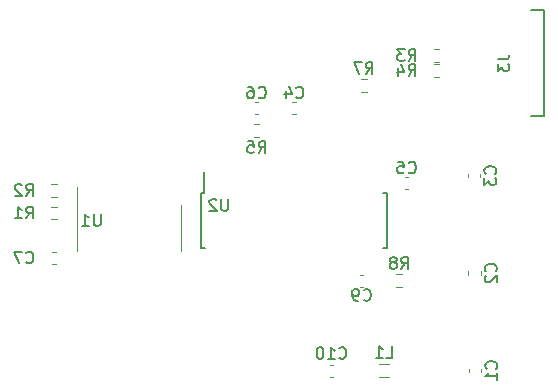
<source format=gbr>
%TF.GenerationSoftware,KiCad,Pcbnew,(6.0.6-0)*%
%TF.CreationDate,2022-10-23T01:51:18+09:00*%
%TF.ProjectId,Subaru,53756261-7275-42e6-9b69-6361645f7063,rev?*%
%TF.SameCoordinates,Original*%
%TF.FileFunction,Legend,Bot*%
%TF.FilePolarity,Positive*%
%FSLAX46Y46*%
G04 Gerber Fmt 4.6, Leading zero omitted, Abs format (unit mm)*
G04 Created by KiCad (PCBNEW (6.0.6-0)) date 2022-10-23 01:51:18*
%MOMM*%
%LPD*%
G01*
G04 APERTURE LIST*
%ADD10C,0.150000*%
%ADD11C,0.120000*%
%ADD12C,0.200000*%
G04 APERTURE END LIST*
D10*
%TO.C,U2*%
X129031904Y-87082380D02*
X129031904Y-87891904D01*
X128984285Y-87987142D01*
X128936666Y-88034761D01*
X128841428Y-88082380D01*
X128650952Y-88082380D01*
X128555714Y-88034761D01*
X128508095Y-87987142D01*
X128460476Y-87891904D01*
X128460476Y-87082380D01*
X128031904Y-87177619D02*
X127984285Y-87130000D01*
X127889047Y-87082380D01*
X127650952Y-87082380D01*
X127555714Y-87130000D01*
X127508095Y-87177619D01*
X127460476Y-87272857D01*
X127460476Y-87368095D01*
X127508095Y-87510952D01*
X128079523Y-88082380D01*
X127460476Y-88082380D01*
%TO.C,L1*%
X142406666Y-100502380D02*
X142882857Y-100502380D01*
X142882857Y-99502380D01*
X141549523Y-100502380D02*
X142120952Y-100502380D01*
X141835238Y-100502380D02*
X141835238Y-99502380D01*
X141930476Y-99645238D01*
X142025714Y-99740476D01*
X142120952Y-99788095D01*
%TO.C,C6*%
X131611666Y-78462142D02*
X131659285Y-78509761D01*
X131802142Y-78557380D01*
X131897380Y-78557380D01*
X132040238Y-78509761D01*
X132135476Y-78414523D01*
X132183095Y-78319285D01*
X132230714Y-78128809D01*
X132230714Y-77985952D01*
X132183095Y-77795476D01*
X132135476Y-77700238D01*
X132040238Y-77605000D01*
X131897380Y-77557380D01*
X131802142Y-77557380D01*
X131659285Y-77605000D01*
X131611666Y-77652619D01*
X130754523Y-77557380D02*
X130945000Y-77557380D01*
X131040238Y-77605000D01*
X131087857Y-77652619D01*
X131183095Y-77795476D01*
X131230714Y-77985952D01*
X131230714Y-78366904D01*
X131183095Y-78462142D01*
X131135476Y-78509761D01*
X131040238Y-78557380D01*
X130849761Y-78557380D01*
X130754523Y-78509761D01*
X130706904Y-78462142D01*
X130659285Y-78366904D01*
X130659285Y-78128809D01*
X130706904Y-78033571D01*
X130754523Y-77985952D01*
X130849761Y-77938333D01*
X131040238Y-77938333D01*
X131135476Y-77985952D01*
X131183095Y-78033571D01*
X131230714Y-78128809D01*
%TO.C,R3*%
X144311666Y-75382380D02*
X144645000Y-74906190D01*
X144883095Y-75382380D02*
X144883095Y-74382380D01*
X144502142Y-74382380D01*
X144406904Y-74430000D01*
X144359285Y-74477619D01*
X144311666Y-74572857D01*
X144311666Y-74715714D01*
X144359285Y-74810952D01*
X144406904Y-74858571D01*
X144502142Y-74906190D01*
X144883095Y-74906190D01*
X143978333Y-74382380D02*
X143359285Y-74382380D01*
X143692619Y-74763333D01*
X143549761Y-74763333D01*
X143454523Y-74810952D01*
X143406904Y-74858571D01*
X143359285Y-74953809D01*
X143359285Y-75191904D01*
X143406904Y-75287142D01*
X143454523Y-75334761D01*
X143549761Y-75382380D01*
X143835476Y-75382380D01*
X143930714Y-75334761D01*
X143978333Y-75287142D01*
%TO.C,J3*%
X151852380Y-75231666D02*
X152566666Y-75231666D01*
X152709523Y-75184047D01*
X152804761Y-75088809D01*
X152852380Y-74945952D01*
X152852380Y-74850714D01*
X151852380Y-75612619D02*
X151852380Y-76231666D01*
X152233333Y-75898333D01*
X152233333Y-76041190D01*
X152280952Y-76136428D01*
X152328571Y-76184047D01*
X152423809Y-76231666D01*
X152661904Y-76231666D01*
X152757142Y-76184047D01*
X152804761Y-76136428D01*
X152852380Y-76041190D01*
X152852380Y-75755476D01*
X152804761Y-75660238D01*
X152757142Y-75612619D01*
%TO.C,C7*%
X111926666Y-92432142D02*
X111974285Y-92479761D01*
X112117142Y-92527380D01*
X112212380Y-92527380D01*
X112355238Y-92479761D01*
X112450476Y-92384523D01*
X112498095Y-92289285D01*
X112545714Y-92098809D01*
X112545714Y-91955952D01*
X112498095Y-91765476D01*
X112450476Y-91670238D01*
X112355238Y-91575000D01*
X112212380Y-91527380D01*
X112117142Y-91527380D01*
X111974285Y-91575000D01*
X111926666Y-91622619D01*
X111593333Y-91527380D02*
X110926666Y-91527380D01*
X111355238Y-92527380D01*
%TO.C,C10*%
X138437857Y-100527142D02*
X138485476Y-100574761D01*
X138628333Y-100622380D01*
X138723571Y-100622380D01*
X138866428Y-100574761D01*
X138961666Y-100479523D01*
X139009285Y-100384285D01*
X139056904Y-100193809D01*
X139056904Y-100050952D01*
X139009285Y-99860476D01*
X138961666Y-99765238D01*
X138866428Y-99670000D01*
X138723571Y-99622380D01*
X138628333Y-99622380D01*
X138485476Y-99670000D01*
X138437857Y-99717619D01*
X137485476Y-100622380D02*
X138056904Y-100622380D01*
X137771190Y-100622380D02*
X137771190Y-99622380D01*
X137866428Y-99765238D01*
X137961666Y-99860476D01*
X138056904Y-99908095D01*
X136866428Y-99622380D02*
X136771190Y-99622380D01*
X136675952Y-99670000D01*
X136628333Y-99717619D01*
X136580714Y-99812857D01*
X136533095Y-100003333D01*
X136533095Y-100241428D01*
X136580714Y-100431904D01*
X136628333Y-100527142D01*
X136675952Y-100574761D01*
X136771190Y-100622380D01*
X136866428Y-100622380D01*
X136961666Y-100574761D01*
X137009285Y-100527142D01*
X137056904Y-100431904D01*
X137104523Y-100241428D01*
X137104523Y-100003333D01*
X137056904Y-99812857D01*
X137009285Y-99717619D01*
X136961666Y-99670000D01*
X136866428Y-99622380D01*
%TO.C,C3*%
X151647142Y-84923333D02*
X151694761Y-84875714D01*
X151742380Y-84732857D01*
X151742380Y-84637619D01*
X151694761Y-84494761D01*
X151599523Y-84399523D01*
X151504285Y-84351904D01*
X151313809Y-84304285D01*
X151170952Y-84304285D01*
X150980476Y-84351904D01*
X150885238Y-84399523D01*
X150790000Y-84494761D01*
X150742380Y-84637619D01*
X150742380Y-84732857D01*
X150790000Y-84875714D01*
X150837619Y-84923333D01*
X150742380Y-85256666D02*
X150742380Y-85875714D01*
X151123333Y-85542380D01*
X151123333Y-85685238D01*
X151170952Y-85780476D01*
X151218571Y-85828095D01*
X151313809Y-85875714D01*
X151551904Y-85875714D01*
X151647142Y-85828095D01*
X151694761Y-85780476D01*
X151742380Y-85685238D01*
X151742380Y-85399523D01*
X151694761Y-85304285D01*
X151647142Y-85256666D01*
%TO.C,C2*%
X151687142Y-93178333D02*
X151734761Y-93130714D01*
X151782380Y-92987857D01*
X151782380Y-92892619D01*
X151734761Y-92749761D01*
X151639523Y-92654523D01*
X151544285Y-92606904D01*
X151353809Y-92559285D01*
X151210952Y-92559285D01*
X151020476Y-92606904D01*
X150925238Y-92654523D01*
X150830000Y-92749761D01*
X150782380Y-92892619D01*
X150782380Y-92987857D01*
X150830000Y-93130714D01*
X150877619Y-93178333D01*
X150877619Y-93559285D02*
X150830000Y-93606904D01*
X150782380Y-93702142D01*
X150782380Y-93940238D01*
X150830000Y-94035476D01*
X150877619Y-94083095D01*
X150972857Y-94130714D01*
X151068095Y-94130714D01*
X151210952Y-94083095D01*
X151782380Y-93511666D01*
X151782380Y-94130714D01*
%TO.C,R4*%
X144311666Y-76652380D02*
X144645000Y-76176190D01*
X144883095Y-76652380D02*
X144883095Y-75652380D01*
X144502142Y-75652380D01*
X144406904Y-75700000D01*
X144359285Y-75747619D01*
X144311666Y-75842857D01*
X144311666Y-75985714D01*
X144359285Y-76080952D01*
X144406904Y-76128571D01*
X144502142Y-76176190D01*
X144883095Y-76176190D01*
X143454523Y-75985714D02*
X143454523Y-76652380D01*
X143692619Y-75604761D02*
X143930714Y-76319047D01*
X143311666Y-76319047D01*
%TO.C,R1*%
X111926666Y-88717380D02*
X112260000Y-88241190D01*
X112498095Y-88717380D02*
X112498095Y-87717380D01*
X112117142Y-87717380D01*
X112021904Y-87765000D01*
X111974285Y-87812619D01*
X111926666Y-87907857D01*
X111926666Y-88050714D01*
X111974285Y-88145952D01*
X112021904Y-88193571D01*
X112117142Y-88241190D01*
X112498095Y-88241190D01*
X110974285Y-88717380D02*
X111545714Y-88717380D01*
X111260000Y-88717380D02*
X111260000Y-87717380D01*
X111355238Y-87860238D01*
X111450476Y-87955476D01*
X111545714Y-88003095D01*
%TO.C,C9*%
X140501666Y-95607142D02*
X140549285Y-95654761D01*
X140692142Y-95702380D01*
X140787380Y-95702380D01*
X140930238Y-95654761D01*
X141025476Y-95559523D01*
X141073095Y-95464285D01*
X141120714Y-95273809D01*
X141120714Y-95130952D01*
X141073095Y-94940476D01*
X141025476Y-94845238D01*
X140930238Y-94750000D01*
X140787380Y-94702380D01*
X140692142Y-94702380D01*
X140549285Y-94750000D01*
X140501666Y-94797619D01*
X140025476Y-95702380D02*
X139835000Y-95702380D01*
X139739761Y-95654761D01*
X139692142Y-95607142D01*
X139596904Y-95464285D01*
X139549285Y-95273809D01*
X139549285Y-94892857D01*
X139596904Y-94797619D01*
X139644523Y-94750000D01*
X139739761Y-94702380D01*
X139930238Y-94702380D01*
X140025476Y-94750000D01*
X140073095Y-94797619D01*
X140120714Y-94892857D01*
X140120714Y-95130952D01*
X140073095Y-95226190D01*
X140025476Y-95273809D01*
X139930238Y-95321428D01*
X139739761Y-95321428D01*
X139644523Y-95273809D01*
X139596904Y-95226190D01*
X139549285Y-95130952D01*
%TO.C,R2*%
X111926666Y-86812380D02*
X112260000Y-86336190D01*
X112498095Y-86812380D02*
X112498095Y-85812380D01*
X112117142Y-85812380D01*
X112021904Y-85860000D01*
X111974285Y-85907619D01*
X111926666Y-86002857D01*
X111926666Y-86145714D01*
X111974285Y-86240952D01*
X112021904Y-86288571D01*
X112117142Y-86336190D01*
X112498095Y-86336190D01*
X111545714Y-85907619D02*
X111498095Y-85860000D01*
X111402857Y-85812380D01*
X111164761Y-85812380D01*
X111069523Y-85860000D01*
X111021904Y-85907619D01*
X110974285Y-86002857D01*
X110974285Y-86098095D01*
X111021904Y-86240952D01*
X111593333Y-86812380D01*
X110974285Y-86812380D01*
%TO.C,C4*%
X134786666Y-78462142D02*
X134834285Y-78509761D01*
X134977142Y-78557380D01*
X135072380Y-78557380D01*
X135215238Y-78509761D01*
X135310476Y-78414523D01*
X135358095Y-78319285D01*
X135405714Y-78128809D01*
X135405714Y-77985952D01*
X135358095Y-77795476D01*
X135310476Y-77700238D01*
X135215238Y-77605000D01*
X135072380Y-77557380D01*
X134977142Y-77557380D01*
X134834285Y-77605000D01*
X134786666Y-77652619D01*
X133929523Y-77890714D02*
X133929523Y-78557380D01*
X134167619Y-77509761D02*
X134405714Y-78224047D01*
X133786666Y-78224047D01*
%TO.C,R5*%
X131611666Y-83162380D02*
X131945000Y-82686190D01*
X132183095Y-83162380D02*
X132183095Y-82162380D01*
X131802142Y-82162380D01*
X131706904Y-82210000D01*
X131659285Y-82257619D01*
X131611666Y-82352857D01*
X131611666Y-82495714D01*
X131659285Y-82590952D01*
X131706904Y-82638571D01*
X131802142Y-82686190D01*
X132183095Y-82686190D01*
X130706904Y-82162380D02*
X131183095Y-82162380D01*
X131230714Y-82638571D01*
X131183095Y-82590952D01*
X131087857Y-82543333D01*
X130849761Y-82543333D01*
X130754523Y-82590952D01*
X130706904Y-82638571D01*
X130659285Y-82733809D01*
X130659285Y-82971904D01*
X130706904Y-83067142D01*
X130754523Y-83114761D01*
X130849761Y-83162380D01*
X131087857Y-83162380D01*
X131183095Y-83114761D01*
X131230714Y-83067142D01*
%TO.C,R8*%
X143676666Y-93002380D02*
X144010000Y-92526190D01*
X144248095Y-93002380D02*
X144248095Y-92002380D01*
X143867142Y-92002380D01*
X143771904Y-92050000D01*
X143724285Y-92097619D01*
X143676666Y-92192857D01*
X143676666Y-92335714D01*
X143724285Y-92430952D01*
X143771904Y-92478571D01*
X143867142Y-92526190D01*
X144248095Y-92526190D01*
X143105238Y-92430952D02*
X143200476Y-92383333D01*
X143248095Y-92335714D01*
X143295714Y-92240476D01*
X143295714Y-92192857D01*
X143248095Y-92097619D01*
X143200476Y-92050000D01*
X143105238Y-92002380D01*
X142914761Y-92002380D01*
X142819523Y-92050000D01*
X142771904Y-92097619D01*
X142724285Y-92192857D01*
X142724285Y-92240476D01*
X142771904Y-92335714D01*
X142819523Y-92383333D01*
X142914761Y-92430952D01*
X143105238Y-92430952D01*
X143200476Y-92478571D01*
X143248095Y-92526190D01*
X143295714Y-92621428D01*
X143295714Y-92811904D01*
X143248095Y-92907142D01*
X143200476Y-92954761D01*
X143105238Y-93002380D01*
X142914761Y-93002380D01*
X142819523Y-92954761D01*
X142771904Y-92907142D01*
X142724285Y-92811904D01*
X142724285Y-92621428D01*
X142771904Y-92526190D01*
X142819523Y-92478571D01*
X142914761Y-92430952D01*
%TO.C,U1*%
X118236904Y-88352380D02*
X118236904Y-89161904D01*
X118189285Y-89257142D01*
X118141666Y-89304761D01*
X118046428Y-89352380D01*
X117855952Y-89352380D01*
X117760714Y-89304761D01*
X117713095Y-89257142D01*
X117665476Y-89161904D01*
X117665476Y-88352380D01*
X116665476Y-89352380D02*
X117236904Y-89352380D01*
X116951190Y-89352380D02*
X116951190Y-88352380D01*
X117046428Y-88495238D01*
X117141666Y-88590476D01*
X117236904Y-88638095D01*
%TO.C,C1*%
X151727142Y-101433333D02*
X151774761Y-101385714D01*
X151822380Y-101242857D01*
X151822380Y-101147619D01*
X151774761Y-101004761D01*
X151679523Y-100909523D01*
X151584285Y-100861904D01*
X151393809Y-100814285D01*
X151250952Y-100814285D01*
X151060476Y-100861904D01*
X150965238Y-100909523D01*
X150870000Y-101004761D01*
X150822380Y-101147619D01*
X150822380Y-101242857D01*
X150870000Y-101385714D01*
X150917619Y-101433333D01*
X151822380Y-102385714D02*
X151822380Y-101814285D01*
X151822380Y-102100000D02*
X150822380Y-102100000D01*
X150965238Y-102004761D01*
X151060476Y-101909523D01*
X151108095Y-101814285D01*
%TO.C,R7*%
X140691666Y-76492380D02*
X141025000Y-76016190D01*
X141263095Y-76492380D02*
X141263095Y-75492380D01*
X140882142Y-75492380D01*
X140786904Y-75540000D01*
X140739285Y-75587619D01*
X140691666Y-75682857D01*
X140691666Y-75825714D01*
X140739285Y-75920952D01*
X140786904Y-75968571D01*
X140882142Y-76016190D01*
X141263095Y-76016190D01*
X140358333Y-75492380D02*
X139691666Y-75492380D01*
X140120238Y-76492380D01*
%TO.C,C5*%
X144311666Y-84812142D02*
X144359285Y-84859761D01*
X144502142Y-84907380D01*
X144597380Y-84907380D01*
X144740238Y-84859761D01*
X144835476Y-84764523D01*
X144883095Y-84669285D01*
X144930714Y-84478809D01*
X144930714Y-84335952D01*
X144883095Y-84145476D01*
X144835476Y-84050238D01*
X144740238Y-83955000D01*
X144597380Y-83907380D01*
X144502142Y-83907380D01*
X144359285Y-83955000D01*
X144311666Y-84002619D01*
X143406904Y-83907380D02*
X143883095Y-83907380D01*
X143930714Y-84383571D01*
X143883095Y-84335952D01*
X143787857Y-84288333D01*
X143549761Y-84288333D01*
X143454523Y-84335952D01*
X143406904Y-84383571D01*
X143359285Y-84478809D01*
X143359285Y-84716904D01*
X143406904Y-84812142D01*
X143454523Y-84859761D01*
X143549761Y-84907380D01*
X143787857Y-84907380D01*
X143883095Y-84859761D01*
X143930714Y-84812142D01*
%TO.C,U2*%
X142520000Y-86600000D02*
X142520000Y-91200000D01*
X126745000Y-91200000D02*
X127110000Y-91200000D01*
X127020000Y-86600000D02*
X127020000Y-84775000D01*
X142520000Y-91200000D02*
X142155000Y-91200000D01*
X126720000Y-86600000D02*
X126720000Y-91200000D01*
X126757500Y-86600000D02*
X127032500Y-86600000D01*
X142495000Y-86600000D02*
X142130000Y-86600000D01*
D11*
%TO.C,L1*%
X142639622Y-102160000D02*
X141840378Y-102160000D01*
X142639622Y-101040000D02*
X141840378Y-101040000D01*
%TO.C,C6*%
X131304420Y-79885000D02*
X131585580Y-79885000D01*
X131304420Y-78865000D02*
X131585580Y-78865000D01*
%TO.C,R3*%
X146922258Y-75452500D02*
X146447742Y-75452500D01*
X146922258Y-74407500D02*
X146447742Y-74407500D01*
D12*
%TO.C,J3*%
X155800000Y-80035000D02*
X154650000Y-80035000D01*
X155800000Y-71095000D02*
X155800000Y-80035000D01*
X154650000Y-71095000D02*
X155800000Y-71095000D01*
D11*
%TO.C,C7*%
X114440580Y-92585000D02*
X114159420Y-92585000D01*
X114440580Y-91565000D02*
X114159420Y-91565000D01*
%TO.C,C10*%
X137935580Y-101090000D02*
X137654420Y-101090000D01*
X137935580Y-102110000D02*
X137654420Y-102110000D01*
%TO.C,C3*%
X149350000Y-85230580D02*
X149350000Y-84949420D01*
X150370000Y-85230580D02*
X150370000Y-84949420D01*
%TO.C,C2*%
X149390000Y-93485580D02*
X149390000Y-93204420D01*
X150410000Y-93485580D02*
X150410000Y-93204420D01*
%TO.C,R4*%
X146922258Y-76722500D02*
X146447742Y-76722500D01*
X146922258Y-75677500D02*
X146447742Y-75677500D01*
%TO.C,R1*%
X114062742Y-87742500D02*
X114537258Y-87742500D01*
X114062742Y-88787500D02*
X114537258Y-88787500D01*
%TO.C,C9*%
X140475580Y-94490000D02*
X140194420Y-94490000D01*
X140475580Y-93470000D02*
X140194420Y-93470000D01*
%TO.C,R2*%
X114062742Y-85837500D02*
X114537258Y-85837500D01*
X114062742Y-86882500D02*
X114537258Y-86882500D01*
%TO.C,C4*%
X134760580Y-79885000D02*
X134479420Y-79885000D01*
X134760580Y-78865000D02*
X134479420Y-78865000D01*
%TO.C,R5*%
X131207742Y-81802500D02*
X131682258Y-81802500D01*
X131207742Y-80757500D02*
X131682258Y-80757500D01*
%TO.C,R8*%
X143747258Y-93457500D02*
X143272742Y-93457500D01*
X143747258Y-94502500D02*
X143272742Y-94502500D01*
%TO.C,U1*%
X116215000Y-89535000D02*
X116215000Y-91485000D01*
X116215000Y-89535000D02*
X116215000Y-86085000D01*
X125085000Y-89535000D02*
X125085000Y-87585000D01*
X125085000Y-89535000D02*
X125085000Y-91485000D01*
%TO.C,C1*%
X150450000Y-101740580D02*
X150450000Y-101459420D01*
X149430000Y-101740580D02*
X149430000Y-101459420D01*
%TO.C,R7*%
X140762258Y-76947500D02*
X140287742Y-76947500D01*
X140762258Y-77992500D02*
X140287742Y-77992500D01*
%TO.C,C5*%
X144004420Y-85215000D02*
X144285580Y-85215000D01*
X144004420Y-86235000D02*
X144285580Y-86235000D01*
%TD*%
M02*

</source>
